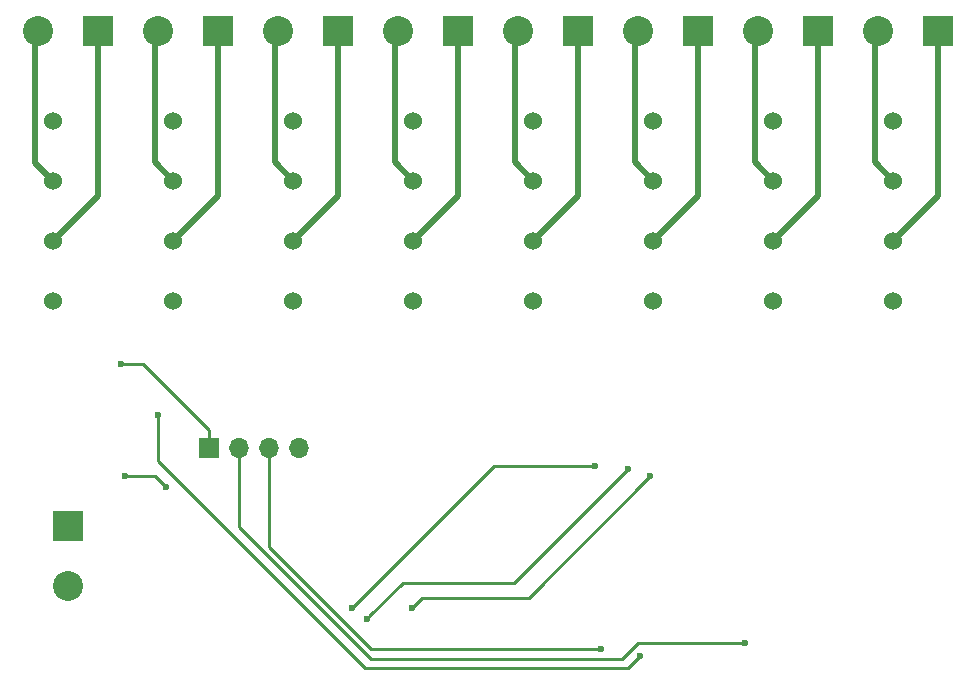
<source format=gbl>
G04 #@! TF.GenerationSoftware,KiCad,Pcbnew,5.0.1-33cea8e~68~ubuntu18.04.1*
G04 #@! TF.CreationDate,2018-11-29T08:56:37+01:00*
G04 #@! TF.ProjectId,8RelaisReed,3852656C616973526565642E6B696361,rev?*
G04 #@! TF.SameCoordinates,Original*
G04 #@! TF.FileFunction,Copper,L2,Bot,Signal*
G04 #@! TF.FilePolarity,Positive*
%FSLAX46Y46*%
G04 Gerber Fmt 4.6, Leading zero omitted, Abs format (unit mm)*
G04 Created by KiCad (PCBNEW 5.0.1-33cea8e~68~ubuntu18.04.1) date jeu. 29 nov. 2018 08:56:37 CET*
%MOMM*%
%LPD*%
G01*
G04 APERTURE LIST*
G04 #@! TA.AperFunction,ComponentPad*
%ADD10R,2.540000X2.540000*%
G04 #@! TD*
G04 #@! TA.AperFunction,ComponentPad*
%ADD11C,2.540000*%
G04 #@! TD*
G04 #@! TA.AperFunction,ComponentPad*
%ADD12C,1.524000*%
G04 #@! TD*
G04 #@! TA.AperFunction,ComponentPad*
%ADD13R,1.700000X1.700000*%
G04 #@! TD*
G04 #@! TA.AperFunction,ComponentPad*
%ADD14O,1.700000X1.700000*%
G04 #@! TD*
G04 #@! TA.AperFunction,ViaPad*
%ADD15C,0.600000*%
G04 #@! TD*
G04 #@! TA.AperFunction,Conductor*
%ADD16C,0.250000*%
G04 #@! TD*
G04 #@! TA.AperFunction,Conductor*
%ADD17C,0.500000*%
G04 #@! TD*
G04 APERTURE END LIST*
D10*
G04 #@! TO.P,P1,1*
G04 #@! TO.N,/GND*
X143510000Y-111760000D03*
D11*
G04 #@! TO.P,P1,2*
G04 #@! TO.N,/5V*
X143510000Y-116840000D03*
G04 #@! TD*
D10*
G04 #@! TO.P,P4,1*
G04 #@! TO.N,Net-(P4-Pad1)*
X146050000Y-69850000D03*
D11*
G04 #@! TO.P,P4,2*
G04 #@! TO.N,Net-(P4-Pad2)*
X140970000Y-69850000D03*
G04 #@! TD*
D10*
G04 #@! TO.P,P5,1*
G04 #@! TO.N,Net-(P5-Pad1)*
X156210000Y-69850000D03*
D11*
G04 #@! TO.P,P5,2*
G04 #@! TO.N,Net-(P5-Pad2)*
X151130000Y-69850000D03*
G04 #@! TD*
D10*
G04 #@! TO.P,P6,1*
G04 #@! TO.N,Net-(P6-Pad1)*
X166370000Y-69850000D03*
D11*
G04 #@! TO.P,P6,2*
G04 #@! TO.N,Net-(P6-Pad2)*
X161290000Y-69850000D03*
G04 #@! TD*
D10*
G04 #@! TO.P,P7,1*
G04 #@! TO.N,Net-(P7-Pad1)*
X176530000Y-69850000D03*
D11*
G04 #@! TO.P,P7,2*
G04 #@! TO.N,Net-(P7-Pad2)*
X171450000Y-69850000D03*
G04 #@! TD*
D10*
G04 #@! TO.P,P8,1*
G04 #@! TO.N,Net-(P8-Pad1)*
X186690000Y-69850000D03*
D11*
G04 #@! TO.P,P8,2*
G04 #@! TO.N,Net-(P8-Pad2)*
X181610000Y-69850000D03*
G04 #@! TD*
D10*
G04 #@! TO.P,P9,1*
G04 #@! TO.N,Net-(P9-Pad1)*
X196850000Y-69850000D03*
D11*
G04 #@! TO.P,P9,2*
G04 #@! TO.N,Net-(P9-Pad2)*
X191770000Y-69850000D03*
G04 #@! TD*
D10*
G04 #@! TO.P,P10,1*
G04 #@! TO.N,Net-(P10-Pad1)*
X207010000Y-69850000D03*
D11*
G04 #@! TO.P,P10,2*
G04 #@! TO.N,Net-(P10-Pad2)*
X201930000Y-69850000D03*
G04 #@! TD*
D10*
G04 #@! TO.P,P11,1*
G04 #@! TO.N,Net-(P11-Pad1)*
X217170000Y-69850000D03*
D11*
G04 #@! TO.P,P11,2*
G04 #@! TO.N,Net-(P11-Pad2)*
X212090000Y-69850000D03*
G04 #@! TD*
D12*
G04 #@! TO.P,R1,1*
G04 #@! TO.N,/S0*
X142240000Y-92710000D03*
G04 #@! TO.P,R1,2*
G04 #@! TO.N,Net-(P4-Pad1)*
X142240000Y-87630000D03*
G04 #@! TO.P,R1,3*
G04 #@! TO.N,Net-(P4-Pad2)*
X142240000Y-82550000D03*
G04 #@! TO.P,R1,4*
G04 #@! TO.N,/5V*
X142240000Y-77470000D03*
G04 #@! TD*
G04 #@! TO.P,R2,1*
G04 #@! TO.N,/S1*
X152400000Y-92710000D03*
G04 #@! TO.P,R2,2*
G04 #@! TO.N,Net-(P5-Pad1)*
X152400000Y-87630000D03*
G04 #@! TO.P,R2,3*
G04 #@! TO.N,Net-(P5-Pad2)*
X152400000Y-82550000D03*
G04 #@! TO.P,R2,4*
G04 #@! TO.N,/5V*
X152400000Y-77470000D03*
G04 #@! TD*
G04 #@! TO.P,R3,1*
G04 #@! TO.N,/S2*
X162560000Y-92710000D03*
G04 #@! TO.P,R3,2*
G04 #@! TO.N,Net-(P6-Pad1)*
X162560000Y-87630000D03*
G04 #@! TO.P,R3,3*
G04 #@! TO.N,Net-(P6-Pad2)*
X162560000Y-82550000D03*
G04 #@! TO.P,R3,4*
G04 #@! TO.N,/5V*
X162560000Y-77470000D03*
G04 #@! TD*
G04 #@! TO.P,R4,1*
G04 #@! TO.N,/S3*
X172720000Y-92710000D03*
G04 #@! TO.P,R4,2*
G04 #@! TO.N,Net-(P7-Pad1)*
X172720000Y-87630000D03*
G04 #@! TO.P,R4,3*
G04 #@! TO.N,Net-(P7-Pad2)*
X172720000Y-82550000D03*
G04 #@! TO.P,R4,4*
G04 #@! TO.N,/5V*
X172720000Y-77470000D03*
G04 #@! TD*
G04 #@! TO.P,R5,1*
G04 #@! TO.N,/S4*
X182880000Y-92710000D03*
G04 #@! TO.P,R5,2*
G04 #@! TO.N,Net-(P8-Pad1)*
X182880000Y-87630000D03*
G04 #@! TO.P,R5,3*
G04 #@! TO.N,Net-(P8-Pad2)*
X182880000Y-82550000D03*
G04 #@! TO.P,R5,4*
G04 #@! TO.N,/5V*
X182880000Y-77470000D03*
G04 #@! TD*
G04 #@! TO.P,R6,1*
G04 #@! TO.N,/S5*
X193040000Y-92710000D03*
G04 #@! TO.P,R6,2*
G04 #@! TO.N,Net-(P9-Pad1)*
X193040000Y-87630000D03*
G04 #@! TO.P,R6,3*
G04 #@! TO.N,Net-(P9-Pad2)*
X193040000Y-82550000D03*
G04 #@! TO.P,R6,4*
G04 #@! TO.N,/5V*
X193040000Y-77470000D03*
G04 #@! TD*
G04 #@! TO.P,R7,1*
G04 #@! TO.N,/S6*
X203200000Y-92710000D03*
G04 #@! TO.P,R7,2*
G04 #@! TO.N,Net-(P10-Pad1)*
X203200000Y-87630000D03*
G04 #@! TO.P,R7,3*
G04 #@! TO.N,Net-(P10-Pad2)*
X203200000Y-82550000D03*
G04 #@! TO.P,R7,4*
G04 #@! TO.N,/5V*
X203200000Y-77470000D03*
G04 #@! TD*
G04 #@! TO.P,R8,1*
G04 #@! TO.N,/S7*
X213360000Y-92710000D03*
G04 #@! TO.P,R8,2*
G04 #@! TO.N,Net-(P11-Pad1)*
X213360000Y-87630000D03*
G04 #@! TO.P,R8,3*
G04 #@! TO.N,Net-(P11-Pad2)*
X213360000Y-82550000D03*
G04 #@! TO.P,R8,4*
G04 #@! TO.N,/5V*
X213360000Y-77470000D03*
G04 #@! TD*
D13*
G04 #@! TO.P,J1,1*
G04 #@! TO.N,/3V3*
X155448000Y-105156000D03*
D14*
G04 #@! TO.P,J1,2*
G04 #@! TO.N,/TXD*
X157988000Y-105156000D03*
G04 #@! TO.P,J1,3*
G04 #@! TO.N,/RXD*
X160528000Y-105156000D03*
G04 #@! TO.P,J1,4*
G04 #@! TO.N,/GND*
X163068000Y-105156000D03*
G04 #@! TD*
D15*
G04 #@! TO.N,/3V3*
X147955000Y-98044000D03*
G04 #@! TO.N,/SRCLK*
X190881000Y-106934000D03*
X168783000Y-119634000D03*
G04 #@! TO.N,/RCLK*
X188087000Y-106680000D03*
X167513003Y-118745003D03*
G04 #@! TO.N,/SER*
X192786000Y-107569000D03*
X172593000Y-118745000D03*
G04 #@! TO.N,/GND*
X148336000Y-107569000D03*
X151764994Y-108458000D03*
G04 #@! TO.N,/TXD*
X200787000Y-121666000D03*
G04 #@! TO.N,/RXD*
X188595000Y-122174000D03*
G04 #@! TO.N,Net-(R10-Pad2)*
X151130000Y-102362000D03*
X191897000Y-122809000D03*
G04 #@! TD*
D16*
G04 #@! TO.N,/3V3*
X155448000Y-103632000D02*
X155448000Y-105156000D01*
X149860000Y-98044000D02*
X155448000Y-103632000D01*
X147955000Y-98044000D02*
X149860000Y-98044000D01*
G04 #@! TO.N,/SRCLK*
X171831000Y-116586000D02*
X169082999Y-119334001D01*
X190881000Y-106934000D02*
X181229000Y-116586000D01*
X169082999Y-119334001D02*
X168783000Y-119634000D01*
X181229000Y-116586000D02*
X171831000Y-116586000D01*
G04 #@! TO.N,/RCLK*
X167813002Y-118445004D02*
X167513003Y-118745003D01*
X179578006Y-106680000D02*
X167813002Y-118445004D01*
X188087000Y-106680000D02*
X179578006Y-106680000D01*
G04 #@! TO.N,/SER*
X192786000Y-107569000D02*
X182499000Y-117856000D01*
X180213000Y-117856000D02*
X173482000Y-117856000D01*
X182499000Y-117856000D02*
X180213000Y-117856000D01*
X173482000Y-117856000D02*
X172593000Y-118745000D01*
D17*
G04 #@! TO.N,Net-(P4-Pad1)*
X146050000Y-83820000D02*
X146050000Y-69850000D01*
X142240000Y-87630000D02*
X146050000Y-83820000D01*
G04 #@! TO.N,Net-(P4-Pad2)*
X140714000Y-70105900D02*
X140970000Y-69850000D01*
X140714000Y-81024100D02*
X140714000Y-70105900D01*
X142240000Y-82550000D02*
X140714000Y-81024100D01*
G04 #@! TO.N,Net-(P5-Pad1)*
X156210000Y-83820000D02*
X156210000Y-69850000D01*
X152400000Y-87630000D02*
X156210000Y-83820000D01*
G04 #@! TO.N,Net-(P5-Pad2)*
X150843000Y-70136800D02*
X151130000Y-69850000D01*
X150843000Y-80993200D02*
X150843000Y-70136800D01*
X152400000Y-82550000D02*
X150843000Y-80993200D01*
G04 #@! TO.N,Net-(P6-Pad1)*
X166370000Y-83820000D02*
X166370000Y-69850000D01*
X162560000Y-87630000D02*
X166370000Y-83820000D01*
G04 #@! TO.N,Net-(P6-Pad2)*
X161003000Y-70136800D02*
X161290000Y-69850000D01*
X161003000Y-80993200D02*
X161003000Y-70136800D01*
X162560000Y-82550000D02*
X161003000Y-80993200D01*
G04 #@! TO.N,Net-(P7-Pad1)*
X176530000Y-83820000D02*
X176530000Y-69850000D01*
X172720000Y-87630000D02*
X176530000Y-83820000D01*
G04 #@! TO.N,Net-(P7-Pad2)*
X171163000Y-70136800D02*
X171450000Y-69850000D01*
X171163000Y-80993200D02*
X171163000Y-70136800D01*
X172720000Y-82550000D02*
X171163000Y-80993200D01*
G04 #@! TO.N,Net-(P8-Pad1)*
X186690000Y-83820000D02*
X186690000Y-69850000D01*
X182880000Y-87630000D02*
X186690000Y-83820000D01*
G04 #@! TO.N,Net-(P8-Pad2)*
X181323000Y-70136800D02*
X181610000Y-69850000D01*
X181323000Y-80993200D02*
X181323000Y-70136800D01*
X182880000Y-82550000D02*
X181323000Y-80993200D01*
G04 #@! TO.N,Net-(P9-Pad1)*
X196850000Y-83820000D02*
X196850000Y-69850000D01*
X193040000Y-87630000D02*
X196850000Y-83820000D01*
G04 #@! TO.N,Net-(P9-Pad2)*
X191483000Y-70136800D02*
X191770000Y-69850000D01*
X191483000Y-80993200D02*
X191483000Y-70136800D01*
X193040000Y-82550000D02*
X191483000Y-80993200D01*
G04 #@! TO.N,Net-(P10-Pad1)*
X207010000Y-83820000D02*
X207010000Y-69850000D01*
X203200000Y-87630000D02*
X207010000Y-83820000D01*
G04 #@! TO.N,Net-(P10-Pad2)*
X201643000Y-70136800D02*
X201930000Y-69850000D01*
X201643000Y-80993200D02*
X201643000Y-70136800D01*
X203200000Y-82550000D02*
X201643000Y-80993200D01*
G04 #@! TO.N,Net-(P11-Pad1)*
X217170000Y-83820000D02*
X217170000Y-69850000D01*
X213360000Y-87630000D02*
X217170000Y-83820000D01*
G04 #@! TO.N,Net-(P11-Pad2)*
X211803000Y-70136800D02*
X212090000Y-69850000D01*
X211803000Y-80993200D02*
X211803000Y-70136800D01*
X213360000Y-82550000D02*
X211803000Y-80993200D01*
D16*
G04 #@! TO.N,/GND*
X148336000Y-107569000D02*
X150876000Y-107569000D01*
X151764994Y-108457994D02*
X151764994Y-108458000D01*
X150876000Y-107569000D02*
X151764994Y-108457994D01*
G04 #@! TO.N,/TXD*
X157988000Y-111887000D02*
X157988000Y-105156000D01*
X200787000Y-121666000D02*
X191770000Y-121666000D01*
X191770000Y-121666000D02*
X190373000Y-123063000D01*
X190373000Y-123063000D02*
X169164000Y-123063000D01*
X169164000Y-123063000D02*
X157988000Y-111887000D01*
G04 #@! TO.N,/RXD*
X160528000Y-113574004D02*
X160528000Y-106358081D01*
X188595000Y-122174000D02*
X169127996Y-122174000D01*
X169127996Y-122174000D02*
X160528000Y-113574004D01*
X160528000Y-106358081D02*
X160528000Y-105156000D01*
G04 #@! TO.N,Net-(R10-Pad2)*
X168656000Y-123825000D02*
X190881000Y-123825000D01*
X151130000Y-106299000D02*
X168656000Y-123825000D01*
X190881000Y-123825000D02*
X191897000Y-122809000D01*
X151130000Y-102362000D02*
X151130000Y-106299000D01*
G04 #@! TD*
M02*

</source>
